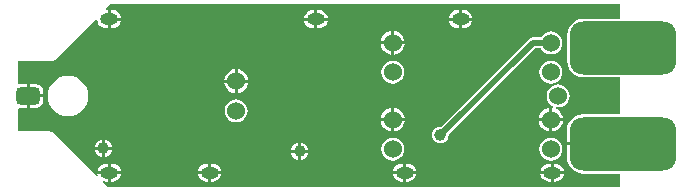
<source format=gbr>
%FSTAX25Y25*%
%MOMM*%
%SFA1B1*%

%IPPOS*%
%AMD25*
4,1,8,3.375660,2.250440,-3.375660,2.250440,-4.500880,1.125220,-4.500880,-1.125220,-3.375660,-2.250440,3.375660,-2.250440,4.500880,-1.125220,4.500880,1.125220,3.375660,2.250440,0.0*
1,1,2.250000,3.375660,1.125220*
1,1,2.250000,-3.375660,1.125220*
1,1,2.250000,-3.375660,-1.125220*
1,1,2.250000,3.375660,-1.125220*
%
%AMD27*
4,1,8,-1.000760,0.375920,-1.000760,-0.375920,-0.624840,-0.749300,0.624840,-0.749300,1.000760,-0.375920,1.000760,0.375920,0.624840,0.749300,-0.624840,0.749300,-1.000760,0.375920,0.0*
1,1,0.750000,-0.624840,0.375920*
1,1,0.750000,-0.624840,-0.375920*
1,1,0.750000,0.624840,-0.375920*
1,1,0.750000,0.624840,0.375920*
%
%ADD20C,0.499999*%
%ADD23O,1.499997X0.999998*%
%ADD24C,1.523997*%
G04~CAMADD=25~8~0.0~0.0~3543.3~1771.7~442.9~0.0~15~0.0~0.0~0.0~0.0~0~0.0~0.0~0.0~0.0~0~0.0~0.0~0.0~0.0~3543.3~1771.7*
%ADD25D25*%
%ADD26C,0.999998*%
G04~CAMADD=27~8~0.0~0.0~590.6~787.4~147.6~0.0~15~0.0~0.0~0.0~0.0~0~0.0~0.0~0.0~0.0~0~0.0~0.0~0.0~90.0~788.0~591.0*
%ADD27D27*%
%LNmicamp_copper_signal_bot-1*%
%LPD*%
G36*
X-0025486Y0652142D02*
X-0337499D01*
X-0372087Y0647588*
X-0404319Y0634238*
X-0431998Y0612998*
X-0453237Y058532*
X-0466587Y0553087*
X-0471142Y0518497*
Y0293499*
X-0466587Y0258909*
X-0453237Y0226677*
X-0431998Y0198998*
X-0404319Y0177759*
X-0372087Y0164409*
X-0337499Y0159854*
X-0025486*
Y-0154409*
X-0337499*
X-0373496Y-0159148*
X-0407042Y-0173042*
X-0435848Y-0195148*
X-0457954Y-0223954*
X-0471848Y-02575*
X-0476587Y-0293499*
Y-0393298*
X0*
Y-0418698*
X-0476587*
Y-0518497*
X-0471848Y-0554497*
X-0457954Y-0588043*
X-0435848Y-0616851*
X-0407042Y-0638954*
X-0373496Y-0652848*
X-0337499Y-0657588*
X-0025486*
Y-0774509*
X-4364441*
X-4406742Y-0732208*
X-4399549Y-0721443*
X-4394682Y-0723458*
X-4374997Y-0726048*
X-4362698*
Y-0662698*
X-4449378*
X-4448456Y-0669681*
X-4446442Y-0674547*
X-4457209Y-0681743*
X-4831974Y-0306976*
X-4840244Y-0301449*
X-4849997Y-0299511*
X-512451*
Y-0109207*
X-511181Y-0098783*
X-5097498Y-010163*
X-5047698*
Y0*
Y010163*
X-5097498*
X-511181Y0098783*
X-512451Y0109207*
Y0299509*
X-4824999*
X-4815245Y0301449*
X-4806975Y0306976*
X-4462919Y0651029*
X-4450461Y064553*
X-4448456Y0630313*
X-4440859Y0611974*
X-4428774Y0596221*
X-4413023Y0584136*
X-4394682Y0576539*
X-4374997Y0573948*
X-4362698*
Y0649998*
Y0726048*
X-436994*
X-4375345Y0738606*
X-433944Y0774509*
X-0025486*
Y0652142*
G37*
%LNmicamp_copper_signal_bot-2*%
%LPC*%
G36*
X-1349999Y0726048D02*
X-1362298D01*
Y0662698*
X-1275618*
X-127654Y0669681*
X-1284137Y0688022*
X-1296222Y0703775*
X-1311973Y071586*
X-1330314Y0723458*
X-1349999Y0726048*
G37*
G36*
X-1387698D02*
X-1399999D01*
X-1419682Y0723458*
X-1438023Y071586*
X-1453774Y0703775*
X-1465861Y0688022*
X-1473456Y0669681*
X-1474378Y0662698*
X-1387698*
Y0726048*
G37*
G36*
X-2574998D02*
X-2587299D01*
Y0662698*
X-2500619*
X-2501539Y0669681*
X-2509136Y0688022*
X-2521221Y0703775*
X-2536974Y071586*
X-2555313Y0723458*
X-2574998Y0726048*
G37*
G36*
X-2612699D02*
X-2624998D01*
X-2644681Y0723458*
X-2663024Y071586*
X-2678775Y0703775*
X-269086Y0688022*
X-2698457Y0669681*
X-2699377Y0662698*
X-2612699*
Y0726048*
G37*
G36*
X-4324997D02*
X-4337298D01*
Y0662698*
X-4250618*
X-425154Y0669681*
X-4259135Y0688022*
X-4271223Y0703775*
X-4286973Y071586*
X-4305315Y0723458*
X-4324997Y0726048*
G37*
G36*
X-1275618Y0637298D02*
X-1362298D01*
Y0573948*
X-1349999*
X-1330314Y0576539*
X-1311973Y0584136*
X-1296222Y0596221*
X-1284137Y0611974*
X-127654Y0630313*
X-1275618Y0637298*
G37*
G36*
X-1387698D02*
X-1474378D01*
X-1473456Y0630313*
X-1465861Y0611974*
X-1453774Y0596221*
X-1438023Y0584136*
X-1419682Y0576539*
X-1399999Y0573948*
X-1387698*
Y0637298*
G37*
G36*
X-2500619D02*
X-2587299D01*
Y0573948*
X-2574998*
X-2555313Y0576539*
X-2536974Y0584136*
X-2521221Y0596221*
X-2509136Y0611974*
X-2501539Y0630313*
X-2500619Y0637298*
G37*
G36*
X-2612699D02*
X-2699377D01*
X-2698457Y0630313*
X-269086Y0611974*
X-2678775Y0596221*
X-2663024Y0584136*
X-2644681Y0576539*
X-2624998Y0573948*
X-2612699*
Y0637298*
G37*
G36*
X-4250618D02*
X-4337298D01*
Y0573948*
X-4324997*
X-4305315Y0576539*
X-4286973Y0584136*
X-4271223Y0596221*
X-4259135Y0611974*
X-425154Y0630313*
X-4250618Y0637298*
G37*
G36*
X-1937298Y0550804D02*
Y0462699D01*
X-1849193*
X-1851014Y0476521*
X-1861251Y0501235*
X-1877537Y052246*
X-1898761Y0538746*
X-1923475Y0548982*
X-1937298Y0550804*
G37*
G36*
X-1962698D02*
X-1976521Y0548982D01*
X-2001235Y0538746*
X-2022459Y052246*
X-2038746Y0501235*
X-2048984Y0476521*
X-2050803Y0462699*
X-1962698*
Y0550804*
G37*
G36*
X-0609998Y0547029D02*
X-0635111Y0543722D01*
X-0658512Y0534029*
X-0678609Y0518609*
X-0694029Y0498513*
X-0695119Y0495879*
X-0764898*
X-0782457Y0492386*
X-0797341Y0482442*
X-1541147Y-026136*
X-1546199Y-0260695*
X-1564472Y-02631*
X-15815Y-0270154*
X-1596123Y-0281373*
X-1607342Y-0295996*
X-1614396Y-0313024*
X-1616803Y-0331299*
X-1614396Y-0349572*
X-1607342Y-03666*
X-1596123Y-0381223*
X-15815Y-0392442*
X-1564472Y-0399496*
X-1546199Y-0401901*
X-1527924Y-0399496*
X-1510896Y-0392442*
X-1496273Y-0381223*
X-1485054Y-03666*
X-1478Y-0349572*
X-1475595Y-0331299*
X-147626Y-0326247*
X-0745893Y0404116*
X-0695119*
X-0694029Y0401482*
X-0678609Y0381388*
X-0658512Y0365968*
X-0635111Y0356275*
X-0609998Y0352968*
X-0584885Y0356275*
X-0561484Y0365968*
X-0541388Y0381388*
X-0525967Y0401482*
X-0516275Y0424886*
X-0512968Y0449999*
X-0516275Y0475112*
X-0525967Y0498513*
X-0541388Y0518609*
X-0561484Y0534029*
X-0584885Y0543722*
X-0609998Y0547029*
G37*
G36*
X-1849193Y0437299D02*
X-1937298D01*
Y0349194*
X-1923475Y0351012*
X-1898761Y0361251*
X-1877537Y0377537*
X-1861251Y0398759*
X-1851014Y0423476*
X-1849193Y0437299*
G37*
G36*
X-1962698D02*
X-2050803D01*
X-2048984Y0423476*
X-2038746Y0398759*
X-2022459Y0377537*
X-2001235Y0361251*
X-1976521Y0351012*
X-1962698Y0349194*
Y0437299*
G37*
G36*
X-3262299Y0225803D02*
Y0137698D01*
X-3174194*
X-3176013Y0151521*
X-3186249Y0176237*
X-3202536Y0197459*
X-322376Y0213746*
X-3248474Y0223984*
X-3262299Y0225803*
G37*
G36*
X-3287699D02*
X-3301522Y0223984D01*
X-3326236Y0213746*
X-334746Y0197459*
X-3363747Y0176237*
X-3373983Y0151521*
X-3375804Y0137698*
X-3287699*
Y0225803*
G37*
G36*
X-0609998Y0297027D02*
X-0635111Y0293723D01*
X-0658512Y0284027*
X-0678609Y0268607*
X-0694029Y0248513*
X-0703722Y0225112*
X-0707029Y0199999*
X-0703722Y0174886*
X-0694029Y0151483*
X-0678609Y0131386*
X-0658512Y0115968*
X-0635111Y0106273*
X-0609998Y0102969*
X-0584885Y0106273*
X-0561484Y0115968*
X-0541388Y0131386*
X-0525967Y0151483*
X-0516275Y0174886*
X-0512968Y0199999*
X-0516275Y0225112*
X-0525967Y0248513*
X-0541388Y0268607*
X-0561484Y0284027*
X-0584885Y0293723*
X-0609998Y0297027*
G37*
G36*
X-1949998D02*
X-1975111Y0293723D01*
X-1998512Y0284027*
X-2018609Y0268607*
X-2034029Y0248513*
X-2043722Y0225112*
X-2047029Y0199999*
X-2043722Y0174886*
X-2034029Y0151483*
X-2018609Y0131386*
X-1998512Y0115968*
X-1975111Y0106273*
X-1949998Y0102969*
X-1924885Y0106273*
X-1901484Y0115968*
X-1881388Y0131386*
X-1865967Y0151483*
X-1856275Y0174886*
X-1852968Y0199999*
X-1856275Y0225112*
X-1865967Y0248513*
X-1881388Y0268607*
X-1901484Y0284027*
X-1924885Y0293723*
X-1949998Y0297027*
G37*
G36*
X-3174194Y0112298D02*
X-3262299D01*
Y0024193*
X-3248474Y0026014*
X-322376Y003625*
X-3202536Y0052537*
X-3186249Y0073759*
X-3176013Y0098475*
X-3174194Y0112298*
G37*
G36*
X-3287699D02*
X-3375804D01*
X-3373983Y0098475*
X-3363747Y0073759*
X-334746Y0052537*
X-3326236Y003625*
X-3301522Y0026014*
X-3287699Y0024193*
Y0112298*
G37*
G36*
X-4972499Y010163D02*
X-5022298D01*
Y00127*
X-4908367*
Y0037498*
X-4913249Y0062039*
X-492715Y0082847*
X-4947955Y0096748*
X-4972499Y010163*
G37*
G36*
X-0549998Y0097028D02*
X-0575111Y009372D01*
X-0598512Y0084028*
X-0618609Y0068607*
X-0634029Y0048514*
X-0643722Y0025112*
X-0647029Y0*
X-0643722Y-0025112*
X-0634029Y-0048514*
X-0618609Y-006861*
X-0598512Y-008403*
X-0590745Y-0087246*
X-059406Y-0099621*
X-0597298Y-0099194*
Y-0187299*
X-0509193*
X-0511014Y-0173476*
X-0521251Y-014876*
X-0537537Y-0127535*
X-0558761Y-0111252*
X-0567842Y-010749*
X-0564527Y-0095117*
X-0549998Y-0097028*
X-0524885Y-0093723*
X-0501484Y-008403*
X-0481388Y-006861*
X-0465968Y-0048514*
X-0456275Y-0025112*
X-0452968Y0*
X-0456275Y0025112*
X-0465968Y0048514*
X-0481388Y0068607*
X-0501484Y0084028*
X-0524885Y009372*
X-0549998Y0097028*
G37*
G36*
X-4908367Y-00127D02*
X-5022298D01*
Y-010163*
X-4972499*
X-4947955Y-0096748*
X-492715Y-0082847*
X-4913249Y-0062039*
X-4908367Y-0037498*
Y-00127*
G37*
G36*
X-4699998Y017082D02*
X-4733325Y0167538D01*
X-476537Y0157817*
X-4794902Y0142031*
X-4820787Y0120787*
X-4842032Y0094902*
X-4857818Y0065369*
X-4867539Y0033324*
X-487082Y0*
X-4867539Y-0033324*
X-4857818Y-0065369*
X-4842032Y-0094902*
X-4820787Y-0120789*
X-4794902Y-0142031*
X-476537Y-0157817*
X-4733325Y-0167538*
X-4699998Y-0170822*
X-4666673Y-0167538*
X-4634628Y-0157817*
X-4605093Y-0142031*
X-4579208Y-0120789*
X-4557963Y-0094902*
X-454218Y-0065369*
X-4532459Y-0033324*
X-4529175Y0*
X-4532459Y0033324*
X-454218Y0065369*
X-4557963Y0094902*
X-4579208Y0120787*
X-4605093Y0142031*
X-4634628Y0157817*
X-4666673Y0167538*
X-4699998Y017082*
G37*
G36*
X-1937298Y-0099194D02*
Y-0187299D01*
X-1849193*
X-1851014Y-0173476*
X-1861251Y-014876*
X-1877537Y-0127535*
X-1898761Y-0111252*
X-1923475Y-0101013*
X-1937298Y-0099194*
G37*
G36*
X-0622698D02*
X-0636521Y-0101013D01*
X-0661235Y-0111252*
X-0682459Y-0127535*
X-0698746Y-014876*
X-0708982Y-0173476*
X-0710803Y-0187299*
X-0622698*
Y-0099194*
G37*
G36*
X-1962698D02*
X-1976521Y-0101013D01*
X-2001235Y-0111252*
X-2022459Y-0127535*
X-2038746Y-014876*
X-2048984Y-0173476*
X-2050803Y-0187299*
X-1962698*
Y-0099194*
G37*
G36*
X-3274999Y-0027967D02*
X-3300112Y-0031275D01*
X-3323513Y-0040967*
X-334361Y-0056388*
X-335903Y-0076484*
X-3368723Y-0099885*
X-3372027Y-0124998*
X-3368723Y-0150111*
X-335903Y-0173512*
X-334361Y-0193608*
X-3323513Y-0209029*
X-3300112Y-0218721*
X-3274999Y-0222029*
X-3249886Y-0218721*
X-3226483Y-0209029*
X-3206389Y-0193608*
X-3190968Y-0173512*
X-3181273Y-0150111*
X-3177969Y-0124998*
X-3181273Y-0099885*
X-3190968Y-0076484*
X-3206389Y-0056388*
X-3226483Y-0040967*
X-3249886Y-0031275*
X-3274999Y-0027967*
G37*
G36*
X-0622698Y-0212699D02*
X-0710803D01*
X-0708982Y-0226522*
X-0698746Y-0251236*
X-0682459Y-027246*
X-0661235Y-0288747*
X-0636521Y-0298983*
X-0622698Y-0300804*
Y-0212699*
G37*
G36*
X-1849193D02*
X-1937298D01*
Y-0300804*
X-1923475Y-0298983*
X-1898761Y-0288747*
X-1877537Y-027246*
X-1861251Y-0251236*
X-1851014Y-0226522*
X-1849193Y-0212699*
G37*
G36*
X-1962698D02*
X-2050803D01*
X-2048984Y-0226522*
X-2038746Y-0251236*
X-2022459Y-027246*
X-2001235Y-0288747*
X-1976521Y-0298983*
X-1962698Y-0300804*
Y-0212699*
G37*
G36*
X-0509193D02*
X-0597298D01*
Y-0300804*
X-0583476Y-0298983*
X-0558761Y-0288747*
X-0537537Y-027246*
X-0521251Y-0251236*
X-0511014Y-0226522*
X-0509193Y-0212699*
G37*
G36*
X-4387298Y-0370619D02*
Y-0432297D01*
X-432562*
X-4326539Y-0425315*
X-4334136Y-0406974*
X-4346221Y-0391223*
X-4361972Y-0379135*
X-4380316Y-0371538*
X-4387298Y-0370619*
G37*
G36*
X-4412698D02*
X-4419683Y-0371538D01*
X-4438022Y-0379135*
X-4453775Y-0391223*
X-4465861Y-0406974*
X-4473458Y-0425315*
X-4474377Y-0432297*
X-4412698*
Y-0370619*
G37*
G36*
X-2726293Y-039562D02*
Y-0457299D01*
X-2664614*
X-2665534Y-0450316*
X-2673131Y-0431972*
X-2685216Y-0416222*
X-2700969Y-0404136*
X-2719311Y-0396539*
X-2726293Y-039562*
G37*
G36*
X-2751693D02*
X-2758678Y-0396539D01*
X-277702Y-0404136*
X-279277Y-0416222*
X-2804855Y-0431972*
X-2812453Y-0450316*
X-2813372Y-0457299*
X-2751693*
Y-039562*
G37*
G36*
X-432562Y-0457697D02*
X-4387298D01*
Y-0519376*
X-4380316Y-0518457*
X-4361972Y-051086*
X-4346221Y-0498774*
X-4334136Y-0483024*
X-4326539Y-0464682*
X-432562Y-0457697*
G37*
G36*
X-4412698D02*
X-4474377D01*
X-4473458Y-0464682*
X-4465861Y-0483024*
X-4453775Y-0498774*
X-4438022Y-051086*
X-4419683Y-0518457*
X-4412698Y-0519376*
Y-0457697*
G37*
G36*
X-2664614Y-0482699D02*
X-2726293D01*
Y-0544377*
X-2719311Y-0543458*
X-2700969Y-0535861*
X-2685216Y-0523775*
X-2673131Y-0508025*
X-2665534Y-0489681*
X-2664614Y-0482699*
G37*
G36*
X-2751693D02*
X-2813372D01*
X-2812453Y-0489681*
X-2804855Y-0508025*
X-279277Y-0523775*
X-277702Y-0535861*
X-2758678Y-0543458*
X-2751693Y-0544377*
Y-0482699*
G37*
G36*
X-0609998Y-0352968D02*
X-0635111Y-0356275D01*
X-0658512Y-0365968*
X-0678609Y-0381388*
X-0694029Y-0401482*
X-0703722Y-0424886*
X-0707029Y-0449999*
X-0703722Y-0475112*
X-0694029Y-0498513*
X-0678609Y-0518609*
X-0658512Y-0534029*
X-0635111Y-0543722*
X-0609998Y-0547029*
X-0584885Y-0543722*
X-0561484Y-0534029*
X-0541388Y-0518609*
X-0525967Y-0498513*
X-0516275Y-0475112*
X-0512968Y-0449999*
X-0516275Y-0424886*
X-0525967Y-0401482*
X-0541388Y-0381388*
X-0561484Y-0365968*
X-0584885Y-0356275*
X-0609998Y-0352968*
G37*
G36*
X-1949998D02*
X-1975111Y-0356275D01*
X-1998512Y-0365968*
X-2018609Y-0381388*
X-2034029Y-0401482*
X-2043722Y-0424886*
X-2047029Y-0449999*
X-2043722Y-0475112*
X-2034029Y-0498513*
X-2018609Y-0518609*
X-1998512Y-0534029*
X-1975111Y-0543722*
X-1949998Y-0547029*
X-1924885Y-0543722*
X-1901484Y-0534029*
X-1881388Y-0518609*
X-1865967Y-0498513*
X-1856275Y-0475112*
X-1852968Y-0449999*
X-1856275Y-0424886*
X-1865967Y-0401482*
X-1881388Y-0381388*
X-1901484Y-0365968*
X-1924885Y-0356275*
X-1949998Y-0352968*
G37*
G36*
X-0574997Y-0573948D02*
X-0587298D01*
Y-0637298*
X-0500618*
X-050154Y-0630313*
X-0509137Y-0611974*
X-0521223Y-0596221*
X-0536973Y-0584136*
X-0555315Y-0576539*
X-0574997Y-0573948*
G37*
G36*
X-0612698D02*
X-0624997D01*
X-0644682Y-0576539*
X-0663023Y-0584136*
X-0678774Y-0596221*
X-0690859Y-0611974*
X-0698456Y-0630313*
X-0699378Y-0637298*
X-0612698*
Y-0573948*
G37*
G36*
X-1824997D02*
X-1837298D01*
Y-0637298*
X-1750618*
X-175154Y-0630313*
X-1759137Y-0611974*
X-1771223Y-0596221*
X-1786973Y-0584136*
X-1805315Y-0576539*
X-1824997Y-0573948*
G37*
G36*
X-1862698D02*
X-1874997D01*
X-1894682Y-0576539*
X-1913023Y-0584136*
X-1928774Y-0596221*
X-1940859Y-0611974*
X-1948456Y-0630313*
X-1949378Y-0637298*
X-1862698*
Y-0573948*
G37*
G36*
X-3474999D02*
X-3487298D01*
Y-0637298*
X-340062*
X-340154Y-0630313*
X-3409137Y-0611974*
X-3421222Y-0596221*
X-3436973Y-0584136*
X-3455316Y-0576539*
X-3474999Y-0573948*
G37*
G36*
X-3512698D02*
X-3524999D01*
X-3544681Y-0576539*
X-3563023Y-0584136*
X-3578773Y-0596221*
X-3590861Y-0611974*
X-3598458Y-0630313*
X-3599378Y-0637298*
X-3512698*
Y-0573948*
G37*
G36*
X-4324997D02*
X-4337298D01*
Y-0637298*
X-4250618*
X-425154Y-0630313*
X-4259135Y-0611974*
X-4271223Y-0596221*
X-4286973Y-0584136*
X-4305315Y-0576539*
X-4324997Y-0573948*
G37*
G36*
X-4362698D02*
X-4374997D01*
X-4394682Y-0576539*
X-4413023Y-0584136*
X-4428774Y-0596221*
X-4440859Y-0611974*
X-4448456Y-0630313*
X-4449378Y-0637298*
X-4362698*
Y-0573948*
G37*
G36*
X-0500618Y-0662698D02*
X-0587298D01*
Y-0726048*
X-0574997*
X-0555315Y-0723458*
X-0536973Y-071586*
X-0521223Y-0703775*
X-0509137Y-0688022*
X-050154Y-0669681*
X-0500618Y-0662698*
G37*
G36*
X-0612698D02*
X-0699378D01*
X-0698456Y-0669681*
X-0690859Y-0688022*
X-0678774Y-0703775*
X-0663023Y-071586*
X-0644682Y-0723458*
X-0624997Y-0726048*
X-0612698*
Y-0662698*
G37*
G36*
X-1750618D02*
X-1837298D01*
Y-0726048*
X-1824997*
X-1805315Y-0723458*
X-1786973Y-071586*
X-1771223Y-0703775*
X-1759137Y-0688022*
X-175154Y-0669681*
X-1750618Y-0662698*
G37*
G36*
X-1862698D02*
X-1949378D01*
X-1948456Y-0669681*
X-1940859Y-0688022*
X-1928774Y-0703775*
X-1913023Y-071586*
X-1894682Y-0723458*
X-1874997Y-0726048*
X-1862698*
Y-0662698*
G37*
G36*
X-340062D02*
X-3487298D01*
Y-0726048*
X-3474999*
X-3455316Y-0723458*
X-3436973Y-071586*
X-3421222Y-0703775*
X-3409137Y-0688022*
X-340154Y-0669681*
X-340062Y-0662698*
G37*
G36*
X-3512698D02*
X-3599378D01*
X-3598458Y-0669681*
X-3590861Y-0688022*
X-3578773Y-0703775*
X-3563023Y-071586*
X-3544681Y-0723458*
X-3524999Y-0726048*
X-3512698*
Y-0662698*
G37*
G36*
X-4250618D02*
X-4337298D01*
Y-0726048*
X-4324997*
X-4305315Y-0723458*
X-4286973Y-071586*
X-4271223Y-0703775*
X-4259135Y-0688022*
X-425154Y-0669681*
X-4250618Y-0662698*
G37*
%LNmicamp_copper_signal_bot-3*%
%LPD*%
G54D20*
X-0609998Y0449999D02*
X-0599998D01*
X-0764898D02*
X-0609998D01*
X-1546199Y-0331299D02*
X-0764898Y0449999D01*
G54D23*
X-4349998Y0649998D03*
Y-0649998D03*
X-3499998D03*
X-2599999Y0649998D03*
X-1849998Y-0649998D03*
X-1374998Y0649998D03*
X-0599998Y-0649998D03*
G54D24*
X-1949998Y-0449999D03*
Y-0199999D03*
X-3274999Y-0124998D03*
Y0124998D03*
X-1949998Y0199999D03*
Y0449999D03*
X-0609998Y-0199999D03*
Y-0449999D03*
Y0449999D03*
Y0199999D03*
X-0549998Y0D03*
G54D25*
X0Y-0405998D03*
Y0405998D03*
G54D26*
X-1546199Y-0331299D03*
X-2738993Y-0469999D03*
X-4399998Y-0444997D03*
G54D27*
X-5034998Y0D03*
M02*
</source>
